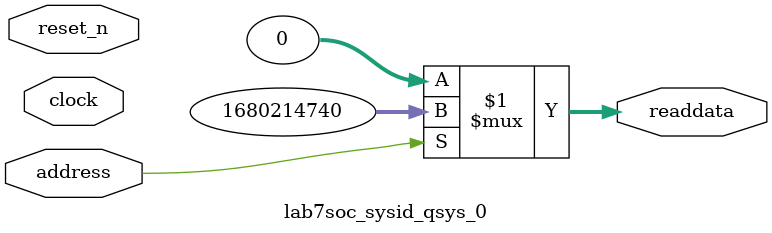
<source format=v>



// synthesis translate_off
`timescale 1ns / 1ps
// synthesis translate_on

// turn off superfluous verilog processor warnings 
// altera message_level Level1 
// altera message_off 10034 10035 10036 10037 10230 10240 10030 

module lab7soc_sysid_qsys_0 (
               // inputs:
                address,
                clock,
                reset_n,

               // outputs:
                readdata
             )
;

  output  [ 31: 0] readdata;
  input            address;
  input            clock;
  input            reset_n;

  wire    [ 31: 0] readdata;
  //control_slave, which is an e_avalon_slave
  assign readdata = address ? 1680214740 : 0;

endmodule



</source>
